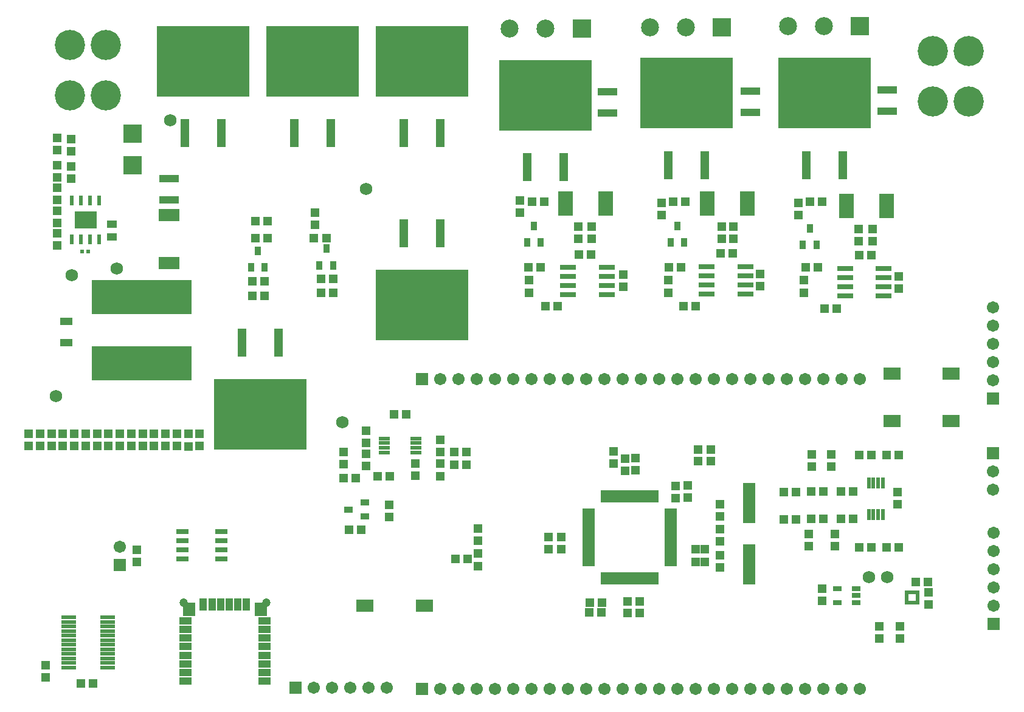
<source format=gbr>
G04 DipTrace 2.4.0.2*
%INTopMask.gbr*%
%MOIN*%
%ADD31R,0.106X0.044*%
%ADD60R,0.057X0.044*%
%ADD61R,0.071X0.044*%
%ADD62R,0.022X0.024*%
%ADD63R,0.117X0.071*%
%ADD64R,0.551X0.187*%
%ADD67R,0.0236X0.0571*%
%ADD68R,0.122X0.0945*%
%ADD91R,0.0671X0.2245*%
%ADD93R,0.0789X0.0218*%
%ADD95R,0.0218X0.0218*%
%ADD97R,0.0513X0.0316*%
%ADD99R,0.0867X0.0316*%
%ADD101R,0.0493X0.0336*%
%ADD103R,0.0237X0.0631*%
%ADD105R,0.0631X0.0237*%
%ADD107R,0.0198X0.0671*%
%ADD109R,0.0671X0.0198*%
%ADD111C,0.068*%
%ADD113R,0.0926X0.0671*%
%ADD115R,0.0789X0.134*%
%ADD117R,0.0336X0.0493*%
%ADD119R,0.508X0.388*%
%ADD121R,0.049X0.157*%
%ADD123C,0.0671*%
%ADD125R,0.0671X0.0671*%
%ADD127C,0.0986*%
%ADD129R,0.0986X0.0986*%
%ADD131C,0.1655*%
%ADD133R,0.1025X0.1025*%
%ADD135R,0.069X0.0316*%
%ADD139R,0.0513X0.0474*%
%ADD141R,0.0474X0.0513*%
%ADD143R,0.0671X0.0769*%
%ADD145R,0.0671X0.0395*%
%ADD147C,0.0474*%
%ADD149R,0.0395X0.0671*%
%FSLAX44Y44*%
G04*
G70*
G90*
G75*
G01*
%LNTopMask*%
%LPD*%
D149*
X16315Y9565D3*
X15843D3*
X15370D3*
X14898D3*
X14425D3*
X13953D3*
D147*
X17398Y9663D3*
X12870D3*
D145*
X17299Y8679D3*
Y8207D3*
Y7734D3*
Y7262D3*
Y6789D3*
Y6317D3*
Y5845D3*
Y5372D3*
X12969Y8679D3*
Y8207D3*
Y7734D3*
Y7262D3*
Y6789D3*
Y6317D3*
Y5845D3*
Y5372D3*
D143*
X17102Y9319D3*
X13165D3*
D141*
X37071Y16915D3*
Y17584D3*
X36440Y17315D3*
Y17984D3*
X33571Y12602D3*
Y13272D3*
X32883Y12602D3*
Y13272D3*
D139*
X37883Y9102D3*
X37214D3*
X37883Y9727D3*
X37214D3*
D141*
X40933Y12594D3*
Y11924D3*
X41433Y12594D3*
Y11924D3*
D139*
X35146Y9690D3*
X35815D3*
X35105Y9150D3*
X35775D3*
D141*
X37628Y16940D3*
Y17609D3*
X42258Y14415D3*
Y15084D3*
D139*
X28440Y12065D3*
X27771D3*
D141*
X42258Y12290D3*
Y11621D3*
X47315Y17821D3*
Y17151D3*
X21630Y17937D3*
Y17268D3*
X48377Y17128D3*
Y17797D3*
X25571Y17310D3*
Y16640D3*
X52002Y15065D3*
Y15734D3*
X47128Y12758D3*
Y13427D3*
X48565Y13445D3*
Y12776D3*
D139*
X25070Y19997D3*
X24401D3*
D141*
X5940Y35190D3*
Y34521D3*
D139*
X21940Y13669D3*
X22609D3*
D141*
X24133Y15038D3*
Y14369D3*
D139*
X50566Y28752D3*
X49897D3*
X42981Y28850D3*
X42311D3*
X35201Y28777D3*
X34532D3*
D31*
X51440Y36628D3*
Y37808D3*
X43940Y36565D3*
Y37745D3*
X36100Y36540D3*
Y37720D3*
D141*
X44480Y27043D3*
Y27712D3*
X36970Y27019D3*
Y27688D3*
X52065Y26896D3*
Y27565D3*
X47869Y10430D3*
Y9760D3*
X53690Y9565D3*
Y10234D3*
D139*
X53002Y10815D3*
X53672D3*
X7231Y5226D3*
X7900D3*
D135*
X14941Y12062D3*
Y12562D3*
Y13062D3*
Y13562D3*
X12815D3*
Y13062D3*
Y12562D3*
Y12062D3*
D139*
X22315Y16503D3*
X21646D3*
X45757Y15750D3*
X46426D3*
X28380Y17937D3*
X27711D3*
X45757Y14250D3*
X46426D3*
D133*
X10065Y33690D3*
Y35422D3*
D139*
X32693Y25938D3*
X33362D3*
X40256D3*
X40926D3*
X48007Y25813D3*
X48676D3*
D141*
X13754Y18261D3*
Y18931D3*
X13128Y18256D3*
Y18925D3*
X12503Y18261D3*
Y18931D3*
X11878Y18261D3*
Y18931D3*
X11253Y18261D3*
Y18931D3*
X10628Y18261D3*
Y18931D3*
X10003Y18261D3*
Y18931D3*
X9378Y18261D3*
Y18931D3*
X8753Y18261D3*
Y18931D3*
X8128Y18261D3*
Y18931D3*
X7503Y18261D3*
Y18931D3*
X6878Y18261D3*
Y18931D3*
X6253Y18261D3*
Y18931D3*
X5628Y18261D3*
Y18931D3*
X5003Y18261D3*
Y18931D3*
X4378Y18261D3*
Y18931D3*
D131*
X53940Y37190D3*
X55909D3*
Y39946D3*
X53940D3*
D129*
X42377Y41253D3*
D127*
X40409D3*
X38440D3*
D129*
X49940Y41315D3*
D127*
X47971D3*
X46003D3*
D129*
X34690Y41190D3*
D127*
X32721D3*
X30753D3*
D125*
X25940Y21940D3*
D123*
X26940D3*
X27940D3*
X28940D3*
X29940D3*
X30940D3*
X31940D3*
X32940D3*
X33940D3*
X34940D3*
X35940D3*
X36940D3*
X37940D3*
X38940D3*
X39940D3*
X40940D3*
X41940D3*
X42940D3*
X43940D3*
X44940D3*
X45940D3*
X46940D3*
X47940D3*
X48940D3*
X49940D3*
D125*
X25940Y4940D3*
D123*
X26940D3*
X27940D3*
X28940D3*
X29940D3*
X30940D3*
X31940D3*
X32940D3*
X33940D3*
X34940D3*
X35940D3*
X36940D3*
X37940D3*
X38940D3*
X39940D3*
X40940D3*
X41940D3*
X42940D3*
X43940D3*
X44940D3*
X45940D3*
X46940D3*
X47940D3*
X48940D3*
X49940D3*
D125*
X57253Y20878D3*
D123*
Y21878D3*
Y22878D3*
Y23878D3*
Y24878D3*
Y25878D3*
D125*
X19002Y5003D3*
D123*
X20002D3*
X21002D3*
X22002D3*
X23002D3*
X24002D3*
D125*
X57258Y8499D3*
D123*
Y9499D3*
Y10499D3*
Y11499D3*
Y12499D3*
Y13499D3*
D125*
X57253Y17877D3*
D123*
Y16877D3*
Y15877D3*
D125*
X9377Y11753D3*
D123*
Y12753D3*
D131*
X6628Y37502D3*
X8596D3*
Y40258D3*
X6628D3*
D121*
X12940Y35440D3*
X14940D3*
D119*
X13940Y39380D3*
D121*
X26940Y29940D3*
X24940D3*
D119*
X25940Y26000D3*
D121*
X18940Y35440D3*
X20940D3*
D119*
X19940Y39380D3*
D117*
X20315Y28190D3*
X21063D3*
X20689Y29096D3*
D121*
X18065Y23940D3*
X16065D3*
D119*
X17065Y20000D3*
D121*
X24940Y35440D3*
X26940D3*
D119*
X25940Y39380D3*
D117*
X16565Y28065D3*
X17313D3*
X16939Y28971D3*
D121*
X47002Y33690D3*
X49002D3*
D119*
X48002Y37630D3*
D121*
X39440Y33690D3*
X41440D3*
D119*
X40440Y37630D3*
D121*
X31690Y33565D3*
X33690D3*
D119*
X32690Y37505D3*
D117*
X46815Y29315D3*
X47563D3*
X47189Y30221D3*
X39565Y29440D3*
X40313D3*
X39939Y30346D3*
X31690Y29440D3*
X32438D3*
X32064Y30346D3*
D141*
X29002Y13065D3*
Y13734D3*
Y11690D3*
Y12359D3*
X42258Y13040D3*
Y13709D3*
X10316Y12562D3*
Y11893D3*
D139*
X52065Y17758D3*
X51396D3*
D141*
X22880Y18437D3*
Y19107D3*
D139*
X23508Y16622D3*
X24177D3*
D141*
X26946Y17935D3*
Y18604D3*
D139*
X47940Y15758D3*
X47271D3*
X49565D3*
X48896D3*
X28383Y17247D3*
X27714D3*
D141*
X22880Y17187D3*
Y17857D3*
D139*
X50565Y17758D3*
X49896D3*
D141*
X26946Y16622D3*
Y17291D3*
D139*
X52066Y12695D3*
X51396D3*
X47940Y14258D3*
X47271D3*
X49565D3*
X48896D3*
X50566Y12695D3*
X49896D3*
D141*
X20065Y31065D3*
Y30396D3*
D139*
X20690Y29690D3*
X20021D3*
X21065Y26690D3*
X20396D3*
X21065Y27440D3*
X20396D3*
X16793Y30605D3*
X17462D3*
X16815Y29690D3*
X17484D3*
D141*
X6690Y34440D3*
Y35109D3*
D139*
X17315Y26502D3*
X16646D3*
X17315Y27315D3*
X16646D3*
D141*
X50627Y30190D3*
Y29521D3*
X43002Y30315D3*
Y29646D3*
X35252Y30315D3*
Y29646D3*
D115*
X49190Y31440D3*
X51395D3*
X41565Y31563D3*
X43770D3*
X33815Y31561D3*
X36020D3*
D141*
X49877Y30190D3*
Y29521D3*
X42377Y30315D3*
Y29646D3*
X34502Y30315D3*
Y29646D3*
D139*
X47877Y31690D3*
X47208D3*
X40377D3*
X39708D3*
X32627D3*
X31958D3*
D141*
X46565Y30940D3*
Y31609D3*
X39065Y30940D3*
Y31609D3*
X31315Y31065D3*
Y31734D3*
X46877Y26690D3*
Y27359D3*
X39440Y26690D3*
Y27359D3*
X31815Y26690D3*
Y27359D3*
D139*
X40127Y28065D3*
X39458D3*
X32440D3*
X31771D3*
X47627D3*
X46958D3*
D141*
X51003Y8378D3*
Y7708D3*
X52128Y8378D3*
Y7708D3*
X5315Y6230D3*
Y5561D3*
D113*
X26068Y9500D3*
X22816D3*
X51694Y22251D3*
X54946D3*
X51694Y19626D3*
X54946D3*
D111*
X21567Y19563D3*
X22879Y32376D3*
X12128Y36127D3*
X51445Y11062D3*
X50445D3*
D109*
X35071Y14727D3*
Y14530D3*
Y14334D3*
Y14137D3*
Y13940D3*
Y13743D3*
Y13546D3*
Y13349D3*
Y13153D3*
Y12956D3*
Y12759D3*
Y12562D3*
Y12365D3*
Y12168D3*
Y11971D3*
Y11775D3*
D107*
X35838Y11007D3*
X36035D3*
X36232D3*
X36429D3*
X36626D3*
X36823D3*
X37020D3*
X37216D3*
X37413D3*
X37610D3*
X37807D3*
X38004D3*
X38201D3*
X38398D3*
X38594D3*
X38791D3*
D109*
X39559Y11775D3*
Y11971D3*
Y12168D3*
Y12365D3*
Y12562D3*
Y12759D3*
Y12956D3*
Y13153D3*
Y13349D3*
Y13546D3*
Y13743D3*
Y13940D3*
Y14137D3*
Y14334D3*
Y14530D3*
Y14727D3*
D107*
X38791Y15495D3*
X38594D3*
X38398D3*
X38201D3*
X38004D3*
X37807D3*
X37610D3*
X37413D3*
X37216D3*
X37020D3*
X36823D3*
X36626D3*
X36429D3*
X36232D3*
X36035D3*
X35838D3*
D105*
X23880Y18687D3*
Y18432D3*
Y18176D3*
Y17920D3*
X25612D3*
Y18176D3*
Y18432D3*
Y18687D3*
D103*
X51195Y16250D3*
X50939D3*
X50683D3*
X50427D3*
Y14517D3*
X50683D3*
X50939D3*
X51195D3*
D101*
X22820Y14413D3*
Y15161D3*
X21915Y14787D3*
D99*
X49128Y28002D3*
Y27502D3*
Y27002D3*
Y26502D3*
X51254D3*
Y27002D3*
Y27502D3*
Y28002D3*
X41543Y28100D3*
Y27600D3*
Y27100D3*
Y26600D3*
X43669D3*
Y27100D3*
Y27600D3*
Y28100D3*
X33940Y28065D3*
Y27565D3*
Y27065D3*
Y26565D3*
X36066D3*
Y27065D3*
Y27565D3*
Y28065D3*
D97*
X49752Y9690D3*
Y10064D3*
Y10438D3*
X48690D3*
Y9690D3*
D95*
X52503Y10252D3*
Y10056D3*
Y9859D3*
Y9662D3*
X52699D3*
X52896D3*
X53093D3*
Y9859D3*
Y10056D3*
Y10252D3*
X52896D3*
X52699D3*
D93*
X8690Y6124D3*
Y6374D3*
Y6624D3*
Y6874D3*
Y7124D3*
Y7374D3*
Y7624D3*
Y7874D3*
Y8124D3*
Y8374D3*
Y8624D3*
Y8874D3*
X6565D3*
Y8624D3*
Y8374D3*
Y8124D3*
Y7874D3*
Y7624D3*
Y7374D3*
Y7124D3*
Y6874D3*
Y6624D3*
Y6374D3*
Y6124D3*
D91*
X43883Y11790D3*
Y15136D3*
D141*
X39841Y15415D3*
Y16084D3*
D139*
X41756Y18062D3*
X41087D3*
D141*
X40506Y15437D3*
Y16106D3*
D139*
X41756Y17437D3*
X41087D3*
D60*
X8940Y30440D3*
Y29730D3*
D31*
X12065Y32940D3*
Y31760D3*
D61*
X6440Y23940D3*
Y25120D3*
D62*
X7315Y28940D3*
X7645D3*
D63*
X12065Y28315D3*
Y30925D3*
D64*
X10565Y26440D3*
Y22800D3*
D141*
X6690Y32940D3*
Y33609D3*
X5940Y29940D3*
Y29271D3*
Y32440D3*
Y31771D3*
Y33690D3*
Y33021D3*
Y31190D3*
Y30521D3*
D111*
X9191Y28001D3*
X5878Y21000D3*
X6753Y27626D3*
D67*
X8251Y31750D3*
X7751D3*
X7251D3*
X6751D3*
Y29604D3*
X7251D3*
X7751D3*
X8251D3*
D68*
X7501Y30677D3*
M02*

</source>
